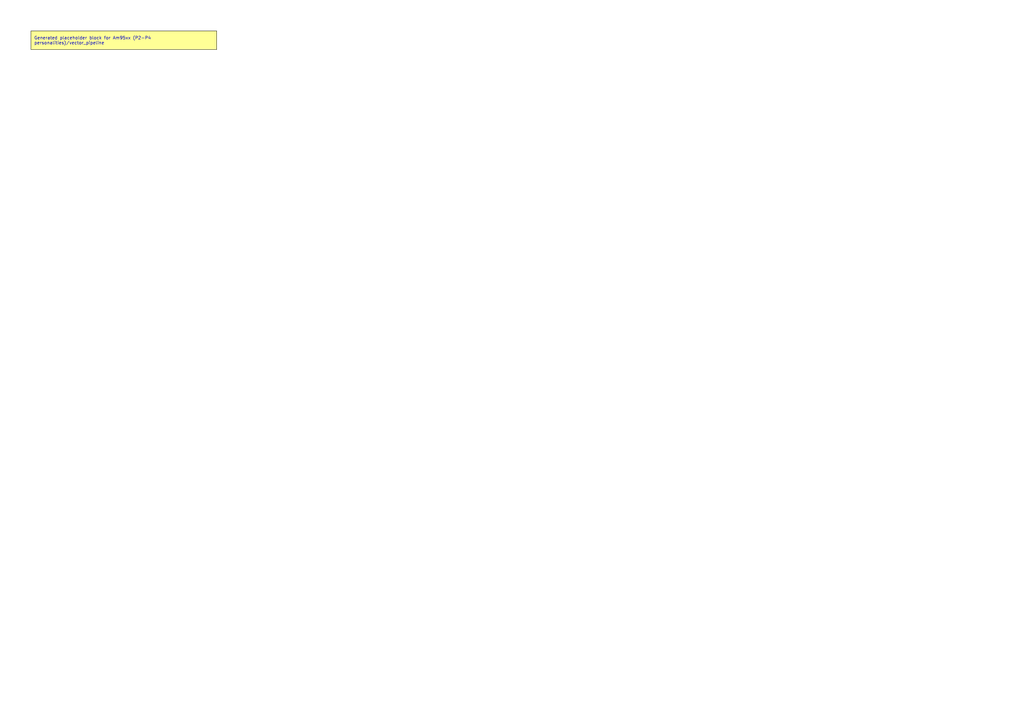
<source format=kicad_sch>
(kicad_sch
	(version 20250114)
	(generator "kicadgen")
	(generator_version "0.2")
	(uuid "bdc32733-8cd0-57d9-a14e-94329a81d9d1")
	(paper "A3")
	(title_block
		(title "Am95xx (P2-P4 personalities)::vector_pipeline")
		(company "Project Carbon")
		(comment 1 "Generated - do not edit in generated/")
		(comment 2 "Edit in schem/kicad9/manual/ or refine mapping specs")
	)
	(lib_symbols)
	(text_box
		"Generated placeholder block for Am95xx (P2-P4 personalities)/vector_pipeline"
		(exclude_from_sim no)
		(at
			12.7
			12.7
			0
		)
		(size 76.2 7.62)
		(margins
			1.27
			1.27
			1.27
			1.27
		)
		(stroke
			(width 0)
			(type default)
			(color
				0
				0
				0
				1
			)
		)
		(fill
			(type color)
			(color
				255
				255
				150
				1
			)
		)
		(effects
			(font
				(size 1.27 1.27)
			)
			(justify left)
		)
		(uuid "39958799-0f80-580a-b690-e11894a8fb4f")
	)
	(sheet_instances
		(path
			"/"
			(page "1")
		)
	)
	(embedded_fonts no)
)

</source>
